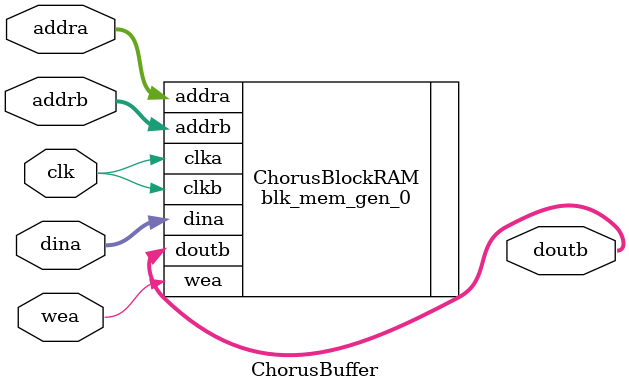
<source format=v>

module ChorusBuffer #(

	/******************************************************************/
	/* Parameter declarations						                  */
	/******************************************************************/

	// Description of parameter group

	parameter integer 	MEM_WIDTH	=	16,
	parameter integer 	MEM_DEPTH	=	16)			

	/******************************************************************/
	/* Port declarations							                  */
	/******************************************************************/

	(				

	input 							clk, 			// clock signal for Port A & Port B

	input 							wea, 			// write enable for Port A
	input 		[MEM_DEPTH-1:0]		addra,			// address for Port A
	input 		[MEM_WIDTH-1:0] 	dina,			// data input for Port A

	input 		[MEM_DEPTH-1:0] 	addrb,			// address for Port B
	output reg	[MEM_WIDTH-1:0]		doutb); 		// data output for Port B
		
  /******************************************************************/
  /* ChorusBlockRAM instantiation	                                */
  /******************************************************************/
  
	blk_mem_gen_0 ChorusBlockRAM (

		.clka 	(clk),    	// input wire clka
		.wea 	(wea),      // input wire [0 : 0] wea
		.addra 	(addra),  	// input wire [15 : 0] addra
		.dina 	(dina),    	// input wire [15 : 0] dina

		.clkb 	(clk),    	// input wire clkb
		.addrb 	(addrb),  	// input wire [15 : 0] addrb
		.doutb 	(doutb));  	// output wire [15 : 0] doutb

endmodule
</source>
